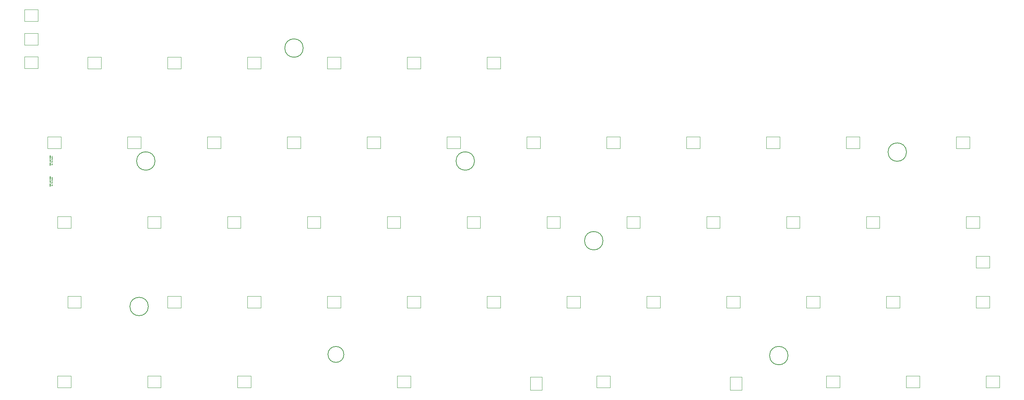
<source format=gbr>
%TF.GenerationSoftware,KiCad,Pcbnew,(7.0.0)*%
%TF.CreationDate,2023-11-27T23:21:45+01:00*%
%TF.ProjectId,vootington V4N,766f6f74-696e-4677-946f-6e2056344e2e,rev?*%
%TF.SameCoordinates,Original*%
%TF.FileFunction,Other,Comment*%
%FSLAX46Y46*%
G04 Gerber Fmt 4.6, Leading zero omitted, Abs format (unit mm)*
G04 Created by KiCad (PCBNEW (7.0.0)) date 2023-11-27 23:21:45*
%MOMM*%
%LPD*%
G01*
G04 APERTURE LIST*
%ADD10C,0.030000*%
%ADD11C,0.120000*%
%ADD12C,0.150000*%
G04 APERTURE END LIST*
D10*
%TO.C,SW1*%
X35992226Y-56729821D02*
X35792226Y-56729821D01*
X35792226Y-56729821D02*
X35992226Y-56615536D01*
X35992226Y-56615536D02*
X35792226Y-56615536D01*
X35992226Y-56491726D02*
X35982702Y-56510774D01*
X35982702Y-56510774D02*
X35973178Y-56520297D01*
X35973178Y-56520297D02*
X35954130Y-56529821D01*
X35954130Y-56529821D02*
X35896988Y-56529821D01*
X35896988Y-56529821D02*
X35877940Y-56520297D01*
X35877940Y-56520297D02*
X35868416Y-56510774D01*
X35868416Y-56510774D02*
X35858892Y-56491726D01*
X35858892Y-56491726D02*
X35858892Y-56463155D01*
X35858892Y-56463155D02*
X35868416Y-56444107D01*
X35868416Y-56444107D02*
X35877940Y-56434583D01*
X35877940Y-56434583D02*
X35896988Y-56425059D01*
X35896988Y-56425059D02*
X35954130Y-56425059D01*
X35954130Y-56425059D02*
X35973178Y-56434583D01*
X35973178Y-56434583D02*
X35982702Y-56444107D01*
X35982702Y-56444107D02*
X35992226Y-56463155D01*
X35992226Y-56463155D02*
X35992226Y-56491726D01*
X35887464Y-56152679D02*
X35887464Y-56219345D01*
X35992226Y-56219345D02*
X35792226Y-56219345D01*
X35792226Y-56219345D02*
X35792226Y-56124107D01*
X35973178Y-56047916D02*
X35982702Y-56038393D01*
X35982702Y-56038393D02*
X35992226Y-56047916D01*
X35992226Y-56047916D02*
X35982702Y-56057440D01*
X35982702Y-56057440D02*
X35973178Y-56047916D01*
X35973178Y-56047916D02*
X35992226Y-56047916D01*
X35973178Y-55838393D02*
X35982702Y-55847917D01*
X35982702Y-55847917D02*
X35992226Y-55876488D01*
X35992226Y-55876488D02*
X35992226Y-55895536D01*
X35992226Y-55895536D02*
X35982702Y-55924107D01*
X35982702Y-55924107D02*
X35963654Y-55943155D01*
X35963654Y-55943155D02*
X35944607Y-55952678D01*
X35944607Y-55952678D02*
X35906511Y-55962202D01*
X35906511Y-55962202D02*
X35877940Y-55962202D01*
X35877940Y-55962202D02*
X35839845Y-55952678D01*
X35839845Y-55952678D02*
X35820797Y-55943155D01*
X35820797Y-55943155D02*
X35801750Y-55924107D01*
X35801750Y-55924107D02*
X35792226Y-55895536D01*
X35792226Y-55895536D02*
X35792226Y-55876488D01*
X35792226Y-55876488D02*
X35801750Y-55847917D01*
X35801750Y-55847917D02*
X35811273Y-55838393D01*
X35858892Y-55666964D02*
X35992226Y-55666964D01*
X35858892Y-55752678D02*
X35963654Y-55752678D01*
X35963654Y-55752678D02*
X35982702Y-55743155D01*
X35982702Y-55743155D02*
X35992226Y-55724107D01*
X35992226Y-55724107D02*
X35992226Y-55695536D01*
X35992226Y-55695536D02*
X35982702Y-55676488D01*
X35982702Y-55676488D02*
X35973178Y-55666964D01*
X35858892Y-55480298D02*
X35858892Y-55404107D01*
X35792226Y-55451726D02*
X35963654Y-55451726D01*
X35963654Y-55451726D02*
X35982702Y-55442203D01*
X35982702Y-55442203D02*
X35992226Y-55423155D01*
X35992226Y-55423155D02*
X35992226Y-55404107D01*
X35992226Y-55337440D02*
X35858892Y-55337440D01*
X35896988Y-55337440D02*
X35877940Y-55327917D01*
X35877940Y-55327917D02*
X35868416Y-55318393D01*
X35868416Y-55318393D02*
X35858892Y-55299345D01*
X35858892Y-55299345D02*
X35858892Y-55280298D01*
X35992226Y-55127916D02*
X35887464Y-55127916D01*
X35887464Y-55127916D02*
X35868416Y-55137440D01*
X35868416Y-55137440D02*
X35858892Y-55156488D01*
X35858892Y-55156488D02*
X35858892Y-55194583D01*
X35858892Y-55194583D02*
X35868416Y-55213630D01*
X35982702Y-55127916D02*
X35992226Y-55146964D01*
X35992226Y-55146964D02*
X35992226Y-55194583D01*
X35992226Y-55194583D02*
X35982702Y-55213630D01*
X35982702Y-55213630D02*
X35963654Y-55223154D01*
X35963654Y-55223154D02*
X35944607Y-55223154D01*
X35944607Y-55223154D02*
X35925559Y-55213630D01*
X35925559Y-55213630D02*
X35916035Y-55194583D01*
X35916035Y-55194583D02*
X35916035Y-55146964D01*
X35916035Y-55146964D02*
X35906511Y-55127916D01*
X35982702Y-54946964D02*
X35992226Y-54966012D01*
X35992226Y-54966012D02*
X35992226Y-55004107D01*
X35992226Y-55004107D02*
X35982702Y-55023155D01*
X35982702Y-55023155D02*
X35973178Y-55032678D01*
X35973178Y-55032678D02*
X35954130Y-55042202D01*
X35954130Y-55042202D02*
X35896988Y-55042202D01*
X35896988Y-55042202D02*
X35877940Y-55032678D01*
X35877940Y-55032678D02*
X35868416Y-55023155D01*
X35868416Y-55023155D02*
X35858892Y-55004107D01*
X35858892Y-55004107D02*
X35858892Y-54966012D01*
X35858892Y-54966012D02*
X35868416Y-54946964D01*
X35992226Y-54861249D02*
X35792226Y-54861249D01*
X35916035Y-54842202D02*
X35992226Y-54785059D01*
X35858892Y-54785059D02*
X35935083Y-54861249D01*
X35982702Y-54708868D02*
X35992226Y-54689821D01*
X35992226Y-54689821D02*
X35992226Y-54651725D01*
X35992226Y-54651725D02*
X35982702Y-54632678D01*
X35982702Y-54632678D02*
X35963654Y-54623154D01*
X35963654Y-54623154D02*
X35954130Y-54623154D01*
X35954130Y-54623154D02*
X35935083Y-54632678D01*
X35935083Y-54632678D02*
X35925559Y-54651725D01*
X35925559Y-54651725D02*
X35925559Y-54680297D01*
X35925559Y-54680297D02*
X35916035Y-54699344D01*
X35916035Y-54699344D02*
X35896988Y-54708868D01*
X35896988Y-54708868D02*
X35887464Y-54708868D01*
X35887464Y-54708868D02*
X35868416Y-54699344D01*
X35868416Y-54699344D02*
X35858892Y-54680297D01*
X35858892Y-54680297D02*
X35858892Y-54651725D01*
X35858892Y-54651725D02*
X35868416Y-54632678D01*
X35592226Y-56879344D02*
X35392226Y-56879344D01*
X35592226Y-56765059D02*
X35477940Y-56850773D01*
X35392226Y-56765059D02*
X35506511Y-56879344D01*
X35487464Y-56679344D02*
X35487464Y-56612678D01*
X35592226Y-56584106D02*
X35592226Y-56679344D01*
X35592226Y-56679344D02*
X35392226Y-56679344D01*
X35392226Y-56679344D02*
X35392226Y-56584106D01*
X35487464Y-56498392D02*
X35487464Y-56431726D01*
X35592226Y-56403154D02*
X35592226Y-56498392D01*
X35592226Y-56498392D02*
X35392226Y-56498392D01*
X35392226Y-56498392D02*
X35392226Y-56403154D01*
X35592226Y-56317440D02*
X35392226Y-56317440D01*
X35392226Y-56317440D02*
X35392226Y-56241250D01*
X35392226Y-56241250D02*
X35401750Y-56222202D01*
X35401750Y-56222202D02*
X35411273Y-56212679D01*
X35411273Y-56212679D02*
X35430321Y-56203155D01*
X35430321Y-56203155D02*
X35458892Y-56203155D01*
X35458892Y-56203155D02*
X35477940Y-56212679D01*
X35477940Y-56212679D02*
X35487464Y-56222202D01*
X35487464Y-56222202D02*
X35496988Y-56241250D01*
X35496988Y-56241250D02*
X35496988Y-56317440D01*
X35516035Y-56117440D02*
X35516035Y-55965060D01*
X35392226Y-55831726D02*
X35392226Y-55793631D01*
X35392226Y-55793631D02*
X35401750Y-55774583D01*
X35401750Y-55774583D02*
X35420797Y-55755536D01*
X35420797Y-55755536D02*
X35458892Y-55746012D01*
X35458892Y-55746012D02*
X35525559Y-55746012D01*
X35525559Y-55746012D02*
X35563654Y-55755536D01*
X35563654Y-55755536D02*
X35582702Y-55774583D01*
X35582702Y-55774583D02*
X35592226Y-55793631D01*
X35592226Y-55793631D02*
X35592226Y-55831726D01*
X35592226Y-55831726D02*
X35582702Y-55850774D01*
X35582702Y-55850774D02*
X35563654Y-55869821D01*
X35563654Y-55869821D02*
X35525559Y-55879345D01*
X35525559Y-55879345D02*
X35458892Y-55879345D01*
X35458892Y-55879345D02*
X35420797Y-55869821D01*
X35420797Y-55869821D02*
X35401750Y-55850774D01*
X35401750Y-55850774D02*
X35392226Y-55831726D01*
X35392226Y-55660297D02*
X35554130Y-55660297D01*
X35554130Y-55660297D02*
X35573178Y-55650774D01*
X35573178Y-55650774D02*
X35582702Y-55641250D01*
X35582702Y-55641250D02*
X35592226Y-55622202D01*
X35592226Y-55622202D02*
X35592226Y-55584107D01*
X35592226Y-55584107D02*
X35582702Y-55565059D01*
X35582702Y-55565059D02*
X35573178Y-55555536D01*
X35573178Y-55555536D02*
X35554130Y-55546012D01*
X35554130Y-55546012D02*
X35392226Y-55546012D01*
X35392226Y-55479345D02*
X35392226Y-55365059D01*
X35592226Y-55422202D02*
X35392226Y-55422202D01*
X35392226Y-55197440D02*
X35392226Y-55064107D01*
X35392226Y-55064107D02*
X35592226Y-55197440D01*
X35592226Y-55197440D02*
X35592226Y-55064107D01*
X35392226Y-54949821D02*
X35392226Y-54911726D01*
X35392226Y-54911726D02*
X35401750Y-54892678D01*
X35401750Y-54892678D02*
X35420797Y-54873631D01*
X35420797Y-54873631D02*
X35458892Y-54864107D01*
X35458892Y-54864107D02*
X35525559Y-54864107D01*
X35525559Y-54864107D02*
X35563654Y-54873631D01*
X35563654Y-54873631D02*
X35582702Y-54892678D01*
X35582702Y-54892678D02*
X35592226Y-54911726D01*
X35592226Y-54911726D02*
X35592226Y-54949821D01*
X35592226Y-54949821D02*
X35582702Y-54968869D01*
X35582702Y-54968869D02*
X35563654Y-54987916D01*
X35563654Y-54987916D02*
X35525559Y-54997440D01*
X35525559Y-54997440D02*
X35458892Y-54997440D01*
X35458892Y-54997440D02*
X35420797Y-54987916D01*
X35420797Y-54987916D02*
X35401750Y-54968869D01*
X35401750Y-54968869D02*
X35392226Y-54949821D01*
X35592226Y-54778392D02*
X35392226Y-54778392D01*
X35392226Y-54778392D02*
X35592226Y-54664107D01*
X35592226Y-54664107D02*
X35392226Y-54664107D01*
X35487464Y-54568868D02*
X35487464Y-54502202D01*
X35592226Y-54473630D02*
X35592226Y-54568868D01*
X35592226Y-54568868D02*
X35392226Y-54568868D01*
X35392226Y-54568868D02*
X35392226Y-54473630D01*
X35592226Y-51879344D02*
X35392226Y-51879344D01*
X35592226Y-51765059D02*
X35477940Y-51850773D01*
X35392226Y-51765059D02*
X35506511Y-51879344D01*
X35487464Y-51679344D02*
X35487464Y-51612678D01*
X35592226Y-51584106D02*
X35592226Y-51679344D01*
X35592226Y-51679344D02*
X35392226Y-51679344D01*
X35392226Y-51679344D02*
X35392226Y-51584106D01*
X35487464Y-51498392D02*
X35487464Y-51431726D01*
X35592226Y-51403154D02*
X35592226Y-51498392D01*
X35592226Y-51498392D02*
X35392226Y-51498392D01*
X35392226Y-51498392D02*
X35392226Y-51403154D01*
X35592226Y-51317440D02*
X35392226Y-51317440D01*
X35392226Y-51317440D02*
X35392226Y-51241250D01*
X35392226Y-51241250D02*
X35401750Y-51222202D01*
X35401750Y-51222202D02*
X35411273Y-51212679D01*
X35411273Y-51212679D02*
X35430321Y-51203155D01*
X35430321Y-51203155D02*
X35458892Y-51203155D01*
X35458892Y-51203155D02*
X35477940Y-51212679D01*
X35477940Y-51212679D02*
X35487464Y-51222202D01*
X35487464Y-51222202D02*
X35496988Y-51241250D01*
X35496988Y-51241250D02*
X35496988Y-51317440D01*
X35516035Y-51117440D02*
X35516035Y-50965060D01*
X35392226Y-50831726D02*
X35392226Y-50793631D01*
X35392226Y-50793631D02*
X35401750Y-50774583D01*
X35401750Y-50774583D02*
X35420797Y-50755536D01*
X35420797Y-50755536D02*
X35458892Y-50746012D01*
X35458892Y-50746012D02*
X35525559Y-50746012D01*
X35525559Y-50746012D02*
X35563654Y-50755536D01*
X35563654Y-50755536D02*
X35582702Y-50774583D01*
X35582702Y-50774583D02*
X35592226Y-50793631D01*
X35592226Y-50793631D02*
X35592226Y-50831726D01*
X35592226Y-50831726D02*
X35582702Y-50850774D01*
X35582702Y-50850774D02*
X35563654Y-50869821D01*
X35563654Y-50869821D02*
X35525559Y-50879345D01*
X35525559Y-50879345D02*
X35458892Y-50879345D01*
X35458892Y-50879345D02*
X35420797Y-50869821D01*
X35420797Y-50869821D02*
X35401750Y-50850774D01*
X35401750Y-50850774D02*
X35392226Y-50831726D01*
X35392226Y-50660297D02*
X35554130Y-50660297D01*
X35554130Y-50660297D02*
X35573178Y-50650774D01*
X35573178Y-50650774D02*
X35582702Y-50641250D01*
X35582702Y-50641250D02*
X35592226Y-50622202D01*
X35592226Y-50622202D02*
X35592226Y-50584107D01*
X35592226Y-50584107D02*
X35582702Y-50565059D01*
X35582702Y-50565059D02*
X35573178Y-50555536D01*
X35573178Y-50555536D02*
X35554130Y-50546012D01*
X35554130Y-50546012D02*
X35392226Y-50546012D01*
X35392226Y-50479345D02*
X35392226Y-50365059D01*
X35592226Y-50422202D02*
X35392226Y-50422202D01*
X35392226Y-50197440D02*
X35392226Y-50064107D01*
X35392226Y-50064107D02*
X35592226Y-50197440D01*
X35592226Y-50197440D02*
X35592226Y-50064107D01*
X35392226Y-49949821D02*
X35392226Y-49911726D01*
X35392226Y-49911726D02*
X35401750Y-49892678D01*
X35401750Y-49892678D02*
X35420797Y-49873631D01*
X35420797Y-49873631D02*
X35458892Y-49864107D01*
X35458892Y-49864107D02*
X35525559Y-49864107D01*
X35525559Y-49864107D02*
X35563654Y-49873631D01*
X35563654Y-49873631D02*
X35582702Y-49892678D01*
X35582702Y-49892678D02*
X35592226Y-49911726D01*
X35592226Y-49911726D02*
X35592226Y-49949821D01*
X35592226Y-49949821D02*
X35582702Y-49968869D01*
X35582702Y-49968869D02*
X35563654Y-49987916D01*
X35563654Y-49987916D02*
X35525559Y-49997440D01*
X35525559Y-49997440D02*
X35458892Y-49997440D01*
X35458892Y-49997440D02*
X35420797Y-49987916D01*
X35420797Y-49987916D02*
X35401750Y-49968869D01*
X35401750Y-49968869D02*
X35392226Y-49949821D01*
X35592226Y-49778392D02*
X35392226Y-49778392D01*
X35392226Y-49778392D02*
X35592226Y-49664107D01*
X35592226Y-49664107D02*
X35392226Y-49664107D01*
X35487464Y-49568868D02*
X35487464Y-49502202D01*
X35592226Y-49473630D02*
X35592226Y-49568868D01*
X35592226Y-49568868D02*
X35392226Y-49568868D01*
X35392226Y-49568868D02*
X35392226Y-49473630D01*
X35992226Y-51729821D02*
X35792226Y-51729821D01*
X35792226Y-51729821D02*
X35992226Y-51615536D01*
X35992226Y-51615536D02*
X35792226Y-51615536D01*
X35992226Y-51491726D02*
X35982702Y-51510774D01*
X35982702Y-51510774D02*
X35973178Y-51520297D01*
X35973178Y-51520297D02*
X35954130Y-51529821D01*
X35954130Y-51529821D02*
X35896988Y-51529821D01*
X35896988Y-51529821D02*
X35877940Y-51520297D01*
X35877940Y-51520297D02*
X35868416Y-51510774D01*
X35868416Y-51510774D02*
X35858892Y-51491726D01*
X35858892Y-51491726D02*
X35858892Y-51463155D01*
X35858892Y-51463155D02*
X35868416Y-51444107D01*
X35868416Y-51444107D02*
X35877940Y-51434583D01*
X35877940Y-51434583D02*
X35896988Y-51425059D01*
X35896988Y-51425059D02*
X35954130Y-51425059D01*
X35954130Y-51425059D02*
X35973178Y-51434583D01*
X35973178Y-51434583D02*
X35982702Y-51444107D01*
X35982702Y-51444107D02*
X35992226Y-51463155D01*
X35992226Y-51463155D02*
X35992226Y-51491726D01*
X35887464Y-51152679D02*
X35887464Y-51219345D01*
X35992226Y-51219345D02*
X35792226Y-51219345D01*
X35792226Y-51219345D02*
X35792226Y-51124107D01*
X35973178Y-51047916D02*
X35982702Y-51038393D01*
X35982702Y-51038393D02*
X35992226Y-51047916D01*
X35992226Y-51047916D02*
X35982702Y-51057440D01*
X35982702Y-51057440D02*
X35973178Y-51047916D01*
X35973178Y-51047916D02*
X35992226Y-51047916D01*
X35973178Y-50838393D02*
X35982702Y-50847917D01*
X35982702Y-50847917D02*
X35992226Y-50876488D01*
X35992226Y-50876488D02*
X35992226Y-50895536D01*
X35992226Y-50895536D02*
X35982702Y-50924107D01*
X35982702Y-50924107D02*
X35963654Y-50943155D01*
X35963654Y-50943155D02*
X35944607Y-50952678D01*
X35944607Y-50952678D02*
X35906511Y-50962202D01*
X35906511Y-50962202D02*
X35877940Y-50962202D01*
X35877940Y-50962202D02*
X35839845Y-50952678D01*
X35839845Y-50952678D02*
X35820797Y-50943155D01*
X35820797Y-50943155D02*
X35801750Y-50924107D01*
X35801750Y-50924107D02*
X35792226Y-50895536D01*
X35792226Y-50895536D02*
X35792226Y-50876488D01*
X35792226Y-50876488D02*
X35801750Y-50847917D01*
X35801750Y-50847917D02*
X35811273Y-50838393D01*
X35858892Y-50666964D02*
X35992226Y-50666964D01*
X35858892Y-50752678D02*
X35963654Y-50752678D01*
X35963654Y-50752678D02*
X35982702Y-50743155D01*
X35982702Y-50743155D02*
X35992226Y-50724107D01*
X35992226Y-50724107D02*
X35992226Y-50695536D01*
X35992226Y-50695536D02*
X35982702Y-50676488D01*
X35982702Y-50676488D02*
X35973178Y-50666964D01*
X35858892Y-50480298D02*
X35858892Y-50404107D01*
X35792226Y-50451726D02*
X35963654Y-50451726D01*
X35963654Y-50451726D02*
X35982702Y-50442203D01*
X35982702Y-50442203D02*
X35992226Y-50423155D01*
X35992226Y-50423155D02*
X35992226Y-50404107D01*
X35992226Y-50337440D02*
X35858892Y-50337440D01*
X35896988Y-50337440D02*
X35877940Y-50327917D01*
X35877940Y-50327917D02*
X35868416Y-50318393D01*
X35868416Y-50318393D02*
X35858892Y-50299345D01*
X35858892Y-50299345D02*
X35858892Y-50280298D01*
X35992226Y-50127916D02*
X35887464Y-50127916D01*
X35887464Y-50127916D02*
X35868416Y-50137440D01*
X35868416Y-50137440D02*
X35858892Y-50156488D01*
X35858892Y-50156488D02*
X35858892Y-50194583D01*
X35858892Y-50194583D02*
X35868416Y-50213630D01*
X35982702Y-50127916D02*
X35992226Y-50146964D01*
X35992226Y-50146964D02*
X35992226Y-50194583D01*
X35992226Y-50194583D02*
X35982702Y-50213630D01*
X35982702Y-50213630D02*
X35963654Y-50223154D01*
X35963654Y-50223154D02*
X35944607Y-50223154D01*
X35944607Y-50223154D02*
X35925559Y-50213630D01*
X35925559Y-50213630D02*
X35916035Y-50194583D01*
X35916035Y-50194583D02*
X35916035Y-50146964D01*
X35916035Y-50146964D02*
X35906511Y-50127916D01*
X35982702Y-49946964D02*
X35992226Y-49966012D01*
X35992226Y-49966012D02*
X35992226Y-50004107D01*
X35992226Y-50004107D02*
X35982702Y-50023155D01*
X35982702Y-50023155D02*
X35973178Y-50032678D01*
X35973178Y-50032678D02*
X35954130Y-50042202D01*
X35954130Y-50042202D02*
X35896988Y-50042202D01*
X35896988Y-50042202D02*
X35877940Y-50032678D01*
X35877940Y-50032678D02*
X35868416Y-50023155D01*
X35868416Y-50023155D02*
X35858892Y-50004107D01*
X35858892Y-50004107D02*
X35858892Y-49966012D01*
X35858892Y-49966012D02*
X35868416Y-49946964D01*
X35992226Y-49861249D02*
X35792226Y-49861249D01*
X35916035Y-49842202D02*
X35992226Y-49785059D01*
X35858892Y-49785059D02*
X35935083Y-49861249D01*
X35982702Y-49708868D02*
X35992226Y-49689821D01*
X35992226Y-49689821D02*
X35992226Y-49651725D01*
X35992226Y-49651725D02*
X35982702Y-49632678D01*
X35982702Y-49632678D02*
X35963654Y-49623154D01*
X35963654Y-49623154D02*
X35954130Y-49623154D01*
X35954130Y-49623154D02*
X35935083Y-49632678D01*
X35935083Y-49632678D02*
X35925559Y-49651725D01*
X35925559Y-49651725D02*
X35925559Y-49680297D01*
X35925559Y-49680297D02*
X35916035Y-49699344D01*
X35916035Y-49699344D02*
X35896988Y-49708868D01*
X35896988Y-49708868D02*
X35887464Y-49708868D01*
X35887464Y-49708868D02*
X35868416Y-49699344D01*
X35868416Y-49699344D02*
X35858892Y-49680297D01*
X35858892Y-49680297D02*
X35858892Y-49651725D01*
X35858892Y-49651725D02*
X35868416Y-49632678D01*
D11*
%TO.C,D56*%
X29412500Y-14640000D02*
X29412500Y-17440000D01*
X29412500Y-17440000D02*
X32612500Y-17440000D01*
X32612500Y-17440000D02*
X32612500Y-14640000D01*
X32612500Y-14640000D02*
X29412500Y-14640000D01*
%TO.C,D55*%
X29412500Y-20272500D02*
X29412500Y-23072500D01*
X29412500Y-23072500D02*
X32612500Y-23072500D01*
X32612500Y-23072500D02*
X32612500Y-20272500D01*
X32612500Y-20272500D02*
X29412500Y-20272500D01*
%TO.C,D54*%
X29412500Y-25905000D02*
X29412500Y-28705000D01*
X29412500Y-28705000D02*
X32612500Y-28705000D01*
X32612500Y-28705000D02*
X32612500Y-25905000D01*
X32612500Y-25905000D02*
X29412500Y-25905000D01*
%TO.C,D53*%
X44437500Y-25929000D02*
X44437500Y-28729000D01*
X44437500Y-28729000D02*
X47637500Y-28729000D01*
X47637500Y-28729000D02*
X47637500Y-25929000D01*
X47637500Y-25929000D02*
X44437500Y-25929000D01*
%TO.C,D52*%
X63487500Y-25929000D02*
X63487500Y-28729000D01*
X63487500Y-28729000D02*
X66687500Y-28729000D01*
X66687500Y-28729000D02*
X66687500Y-25929000D01*
X66687500Y-25929000D02*
X63487500Y-25929000D01*
%TO.C,D51*%
X82537500Y-25929000D02*
X82537500Y-28729000D01*
X82537500Y-28729000D02*
X85737500Y-28729000D01*
X85737500Y-28729000D02*
X85737500Y-25929000D01*
X85737500Y-25929000D02*
X82537500Y-25929000D01*
%TO.C,D50*%
X101587500Y-25929000D02*
X101587500Y-28729000D01*
X101587500Y-28729000D02*
X104787500Y-28729000D01*
X104787500Y-28729000D02*
X104787500Y-25929000D01*
X104787500Y-25929000D02*
X101587500Y-25929000D01*
%TO.C,D49*%
X165881250Y-102129000D02*
X165881250Y-104929000D01*
X165881250Y-104929000D02*
X169081250Y-104929000D01*
X169081250Y-104929000D02*
X169081250Y-102129000D01*
X169081250Y-102129000D02*
X165881250Y-102129000D01*
%TO.C,D48*%
X197654852Y-105581250D02*
X200454852Y-105581250D01*
X200454852Y-105581250D02*
X200454852Y-102381250D01*
X200454852Y-102381250D02*
X197654852Y-102381250D01*
X197654852Y-102381250D02*
X197654852Y-105581250D01*
%TO.C,D47*%
X220650000Y-102129000D02*
X220650000Y-104929000D01*
X220650000Y-104929000D02*
X223850000Y-104929000D01*
X223850000Y-104929000D02*
X223850000Y-102129000D01*
X223850000Y-102129000D02*
X220650000Y-102129000D01*
%TO.C,D46*%
X239700000Y-102129000D02*
X239700000Y-104929000D01*
X239700000Y-104929000D02*
X242900000Y-104929000D01*
X242900000Y-104929000D02*
X242900000Y-102129000D01*
X242900000Y-102129000D02*
X239700000Y-102129000D01*
%TO.C,D45*%
X258750000Y-102129000D02*
X258750000Y-104929000D01*
X258750000Y-104929000D02*
X261950000Y-104929000D01*
X261950000Y-104929000D02*
X261950000Y-102129000D01*
X261950000Y-102129000D02*
X258750000Y-102129000D01*
%TO.C,D44*%
X259568750Y-85879000D02*
X259568750Y-83079000D01*
X259568750Y-83079000D02*
X256368750Y-83079000D01*
X256368750Y-83079000D02*
X256368750Y-85879000D01*
X256368750Y-85879000D02*
X259568750Y-85879000D01*
%TO.C,D43*%
X120637500Y-25929000D02*
X120637500Y-28729000D01*
X120637500Y-28729000D02*
X123837500Y-28729000D01*
X123837500Y-28729000D02*
X123837500Y-25929000D01*
X123837500Y-25929000D02*
X120637500Y-25929000D01*
%TO.C,D42*%
X37293750Y-102129000D02*
X37293750Y-104929000D01*
X37293750Y-104929000D02*
X40493750Y-104929000D01*
X40493750Y-104929000D02*
X40493750Y-102129000D01*
X40493750Y-102129000D02*
X37293750Y-102129000D01*
%TO.C,D41*%
X58725000Y-102129000D02*
X58725000Y-104929000D01*
X58725000Y-104929000D02*
X61925000Y-104929000D01*
X61925000Y-104929000D02*
X61925000Y-102129000D01*
X61925000Y-102129000D02*
X58725000Y-102129000D01*
%TO.C,D40*%
X80156250Y-102129000D02*
X80156250Y-104929000D01*
X80156250Y-104929000D02*
X83356250Y-104929000D01*
X83356250Y-104929000D02*
X83356250Y-102129000D01*
X83356250Y-102129000D02*
X80156250Y-102129000D01*
%TO.C,D39*%
X118256250Y-102129000D02*
X118256250Y-104929000D01*
X118256250Y-104929000D02*
X121456250Y-104929000D01*
X121456250Y-104929000D02*
X121456250Y-102129000D01*
X121456250Y-102129000D02*
X118256250Y-102129000D01*
%TO.C,D38*%
X150029852Y-105581250D02*
X152829852Y-105581250D01*
X152829852Y-105581250D02*
X152829852Y-102381250D01*
X152829852Y-102381250D02*
X150029852Y-102381250D01*
X150029852Y-102381250D02*
X150029852Y-105581250D01*
%TO.C,D37*%
X142887500Y-85879000D02*
X142887500Y-83079000D01*
X142887500Y-83079000D02*
X139687500Y-83079000D01*
X139687500Y-83079000D02*
X139687500Y-85879000D01*
X139687500Y-85879000D02*
X142887500Y-85879000D01*
%TO.C,D36*%
X123837500Y-85879000D02*
X123837500Y-83079000D01*
X123837500Y-83079000D02*
X120637500Y-83079000D01*
X120637500Y-83079000D02*
X120637500Y-85879000D01*
X120637500Y-85879000D02*
X123837500Y-85879000D01*
%TO.C,D35*%
X104787500Y-85879000D02*
X104787500Y-83079000D01*
X104787500Y-83079000D02*
X101587500Y-83079000D01*
X101587500Y-83079000D02*
X101587500Y-85879000D01*
X101587500Y-85879000D02*
X104787500Y-85879000D01*
%TO.C,D34*%
X85737500Y-85879000D02*
X85737500Y-83079000D01*
X85737500Y-83079000D02*
X82537500Y-83079000D01*
X82537500Y-83079000D02*
X82537500Y-85879000D01*
X82537500Y-85879000D02*
X85737500Y-85879000D01*
%TO.C,D33*%
X66687500Y-85879000D02*
X66687500Y-83079000D01*
X66687500Y-83079000D02*
X63487500Y-83079000D01*
X63487500Y-83079000D02*
X63487500Y-85879000D01*
X63487500Y-85879000D02*
X66687500Y-85879000D01*
%TO.C,D32*%
X42875000Y-85879000D02*
X42875000Y-83079000D01*
X42875000Y-83079000D02*
X39675000Y-83079000D01*
X39675000Y-83079000D02*
X39675000Y-85879000D01*
X39675000Y-85879000D02*
X42875000Y-85879000D01*
%TO.C,D31*%
X259568750Y-76354000D02*
X259568750Y-73554000D01*
X259568750Y-73554000D02*
X256368750Y-73554000D01*
X256368750Y-73554000D02*
X256368750Y-76354000D01*
X256368750Y-76354000D02*
X259568750Y-76354000D01*
%TO.C,D30*%
X238137500Y-85879000D02*
X238137500Y-83079000D01*
X238137500Y-83079000D02*
X234937500Y-83079000D01*
X234937500Y-83079000D02*
X234937500Y-85879000D01*
X234937500Y-85879000D02*
X238137500Y-85879000D01*
%TO.C,D29*%
X219087500Y-85879000D02*
X219087500Y-83079000D01*
X219087500Y-83079000D02*
X215887500Y-83079000D01*
X215887500Y-83079000D02*
X215887500Y-85879000D01*
X215887500Y-85879000D02*
X219087500Y-85879000D01*
%TO.C,D28*%
X200037500Y-85879000D02*
X200037500Y-83079000D01*
X200037500Y-83079000D02*
X196837500Y-83079000D01*
X196837500Y-83079000D02*
X196837500Y-85879000D01*
X196837500Y-85879000D02*
X200037500Y-85879000D01*
%TO.C,D27*%
X180987500Y-85879000D02*
X180987500Y-83079000D01*
X180987500Y-83079000D02*
X177787500Y-83079000D01*
X177787500Y-83079000D02*
X177787500Y-85879000D01*
X177787500Y-85879000D02*
X180987500Y-85879000D01*
%TO.C,D26*%
X161937500Y-85879000D02*
X161937500Y-83079000D01*
X161937500Y-83079000D02*
X158737500Y-83079000D01*
X158737500Y-83079000D02*
X158737500Y-85879000D01*
X158737500Y-85879000D02*
X161937500Y-85879000D01*
%TO.C,D25*%
X153975000Y-64029000D02*
X153975000Y-66829000D01*
X153975000Y-66829000D02*
X157175000Y-66829000D01*
X157175000Y-66829000D02*
X157175000Y-64029000D01*
X157175000Y-64029000D02*
X153975000Y-64029000D01*
%TO.C,D24*%
X173025000Y-64029000D02*
X173025000Y-66829000D01*
X173025000Y-66829000D02*
X176225000Y-66829000D01*
X176225000Y-66829000D02*
X176225000Y-64029000D01*
X176225000Y-64029000D02*
X173025000Y-64029000D01*
%TO.C,D23*%
X192075000Y-64029000D02*
X192075000Y-66829000D01*
X192075000Y-66829000D02*
X195275000Y-66829000D01*
X195275000Y-66829000D02*
X195275000Y-64029000D01*
X195275000Y-64029000D02*
X192075000Y-64029000D01*
%TO.C,D22*%
X211125000Y-64029000D02*
X211125000Y-66829000D01*
X211125000Y-66829000D02*
X214325000Y-66829000D01*
X214325000Y-66829000D02*
X214325000Y-64029000D01*
X214325000Y-64029000D02*
X211125000Y-64029000D01*
%TO.C,D21*%
X230175000Y-64029000D02*
X230175000Y-66829000D01*
X230175000Y-66829000D02*
X233375000Y-66829000D01*
X233375000Y-66829000D02*
X233375000Y-64029000D01*
X233375000Y-64029000D02*
X230175000Y-64029000D01*
%TO.C,D20*%
X253987500Y-64029000D02*
X253987500Y-66829000D01*
X253987500Y-66829000D02*
X257187500Y-66829000D01*
X257187500Y-66829000D02*
X257187500Y-64029000D01*
X257187500Y-64029000D02*
X253987500Y-64029000D01*
%TO.C,D19*%
X37293750Y-64029000D02*
X37293750Y-66829000D01*
X37293750Y-66829000D02*
X40493750Y-66829000D01*
X40493750Y-66829000D02*
X40493750Y-64029000D01*
X40493750Y-64029000D02*
X37293750Y-64029000D01*
%TO.C,D18*%
X58725000Y-64029000D02*
X58725000Y-66829000D01*
X58725000Y-66829000D02*
X61925000Y-66829000D01*
X61925000Y-66829000D02*
X61925000Y-64029000D01*
X61925000Y-64029000D02*
X58725000Y-64029000D01*
%TO.C,D17*%
X77775000Y-64029000D02*
X77775000Y-66829000D01*
X77775000Y-66829000D02*
X80975000Y-66829000D01*
X80975000Y-66829000D02*
X80975000Y-64029000D01*
X80975000Y-64029000D02*
X77775000Y-64029000D01*
%TO.C,D16*%
X96825000Y-64029000D02*
X96825000Y-66829000D01*
X96825000Y-66829000D02*
X100025000Y-66829000D01*
X100025000Y-66829000D02*
X100025000Y-64029000D01*
X100025000Y-64029000D02*
X96825000Y-64029000D01*
%TO.C,D15*%
X115875000Y-64029000D02*
X115875000Y-66829000D01*
X115875000Y-66829000D02*
X119075000Y-66829000D01*
X119075000Y-66829000D02*
X119075000Y-64029000D01*
X119075000Y-64029000D02*
X115875000Y-64029000D01*
%TO.C,D14*%
X134925000Y-64029000D02*
X134925000Y-66829000D01*
X134925000Y-66829000D02*
X138125000Y-66829000D01*
X138125000Y-66829000D02*
X138125000Y-64029000D01*
X138125000Y-64029000D02*
X134925000Y-64029000D01*
%TO.C,D13*%
X254806250Y-47779000D02*
X254806250Y-44979000D01*
X254806250Y-44979000D02*
X251606250Y-44979000D01*
X251606250Y-44979000D02*
X251606250Y-47779000D01*
X251606250Y-47779000D02*
X254806250Y-47779000D01*
%TO.C,D12*%
X228612500Y-47779000D02*
X228612500Y-44979000D01*
X228612500Y-44979000D02*
X225412500Y-44979000D01*
X225412500Y-44979000D02*
X225412500Y-47779000D01*
X225412500Y-47779000D02*
X228612500Y-47779000D01*
%TO.C,D11*%
X209562500Y-47779000D02*
X209562500Y-44979000D01*
X209562500Y-44979000D02*
X206362500Y-44979000D01*
X206362500Y-44979000D02*
X206362500Y-47779000D01*
X206362500Y-47779000D02*
X209562500Y-47779000D01*
%TO.C,D10*%
X190512500Y-47779000D02*
X190512500Y-44979000D01*
X190512500Y-44979000D02*
X187312500Y-44979000D01*
X187312500Y-44979000D02*
X187312500Y-47779000D01*
X187312500Y-47779000D02*
X190512500Y-47779000D01*
%TO.C,D9*%
X171462500Y-47779000D02*
X171462500Y-44979000D01*
X171462500Y-44979000D02*
X168262500Y-44979000D01*
X168262500Y-44979000D02*
X168262500Y-47779000D01*
X168262500Y-47779000D02*
X171462500Y-47779000D01*
%TO.C,D8*%
X152412500Y-47779000D02*
X152412500Y-44979000D01*
X152412500Y-44979000D02*
X149212500Y-44979000D01*
X149212500Y-44979000D02*
X149212500Y-47779000D01*
X149212500Y-47779000D02*
X152412500Y-47779000D01*
%TO.C,D7*%
X133362500Y-47779000D02*
X133362500Y-44979000D01*
X133362500Y-44979000D02*
X130162500Y-44979000D01*
X130162500Y-44979000D02*
X130162500Y-47779000D01*
X130162500Y-47779000D02*
X133362500Y-47779000D01*
%TO.C,D6*%
X114312500Y-47779000D02*
X114312500Y-44979000D01*
X114312500Y-44979000D02*
X111112500Y-44979000D01*
X111112500Y-44979000D02*
X111112500Y-47779000D01*
X111112500Y-47779000D02*
X114312500Y-47779000D01*
%TO.C,D5*%
X95262500Y-47779000D02*
X95262500Y-44979000D01*
X95262500Y-44979000D02*
X92062500Y-44979000D01*
X92062500Y-44979000D02*
X92062500Y-47779000D01*
X92062500Y-47779000D02*
X95262500Y-47779000D01*
%TO.C,D4*%
X76212500Y-47779000D02*
X76212500Y-44979000D01*
X76212500Y-44979000D02*
X73012500Y-44979000D01*
X73012500Y-44979000D02*
X73012500Y-47779000D01*
X73012500Y-47779000D02*
X76212500Y-47779000D01*
%TO.C,D3*%
X57162500Y-47779000D02*
X57162500Y-44979000D01*
X57162500Y-44979000D02*
X53962500Y-44979000D01*
X53962500Y-44979000D02*
X53962500Y-47779000D01*
X53962500Y-47779000D02*
X57162500Y-47779000D01*
%TO.C,D2*%
X38112500Y-47779000D02*
X38112500Y-44979000D01*
X38112500Y-44979000D02*
X34912500Y-44979000D01*
X34912500Y-44979000D02*
X34912500Y-47779000D01*
X34912500Y-47779000D02*
X38112500Y-47779000D01*
%TO.C,D1*%
X139687500Y-25929000D02*
X139687500Y-28729000D01*
X139687500Y-28729000D02*
X142887500Y-28729000D01*
X142887500Y-28729000D02*
X142887500Y-25929000D01*
X142887500Y-25929000D02*
X139687500Y-25929000D01*
D12*
%TO.C,H8*%
X211509500Y-97302500D02*
G75*
G03*
X211509500Y-97302500I-2200000J0D01*
G01*
%TO.C,H4*%
X239762500Y-48674000D02*
G75*
G03*
X239762500Y-48674000I-2200000J0D01*
G01*
%TO.C,H7*%
X105562500Y-97024000D02*
G75*
G03*
X105562500Y-97024000I-1900000J0D01*
G01*
%TO.C,H6*%
X58915000Y-85573750D02*
G75*
G03*
X58915000Y-85573750I-2200000J0D01*
G01*
%TO.C,H3*%
X136712500Y-50800000D02*
G75*
G03*
X136712500Y-50800000I-2200000J0D01*
G01*
%TO.C,H5*%
X167362500Y-69850000D02*
G75*
G03*
X167362500Y-69850000I-2200000J0D01*
G01*
%TO.C,H1*%
X95862500Y-23812500D02*
G75*
G03*
X95862500Y-23812500I-2200000J0D01*
G01*
%TO.C,H2*%
X60512500Y-50800000D02*
G75*
G03*
X60512500Y-50800000I-2200000J0D01*
G01*
%TD*%
M02*

</source>
